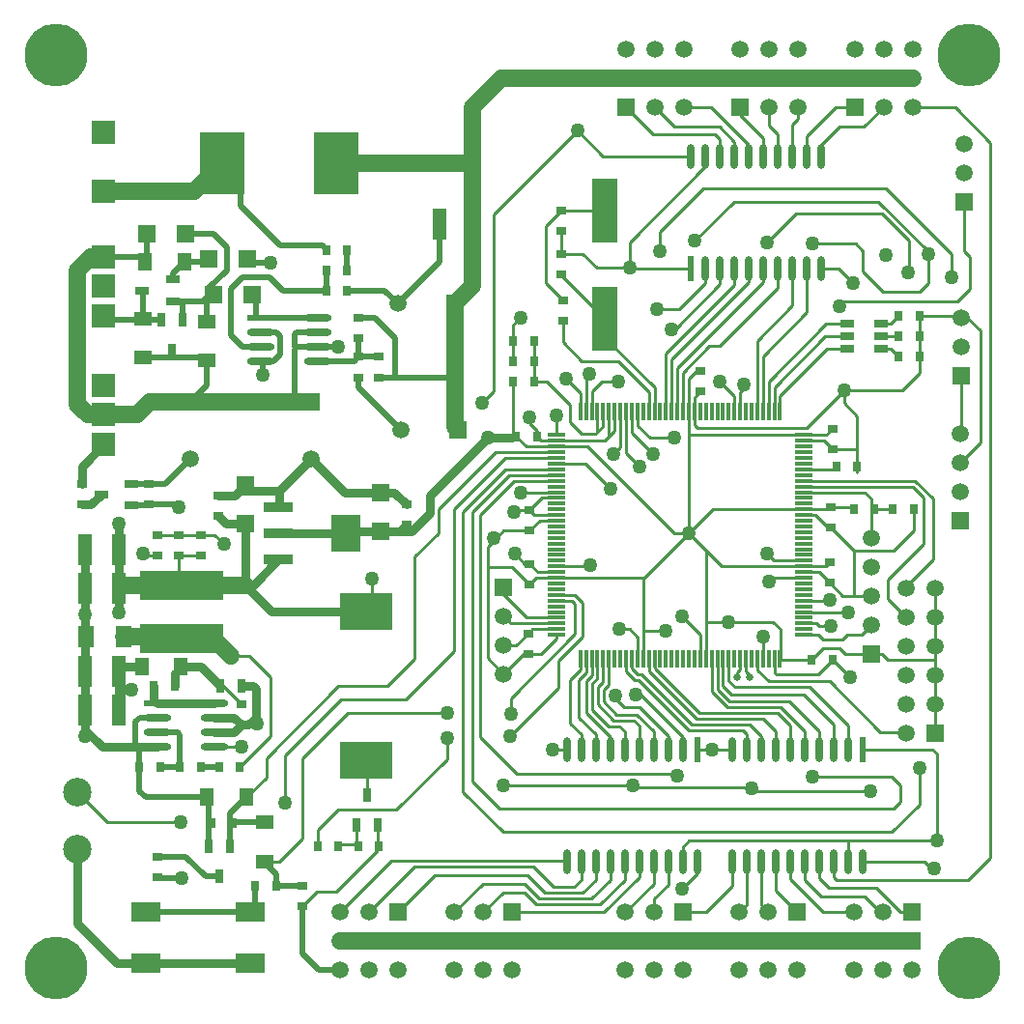
<source format=gtl>
%FSLAX25Y25*%
%MOIN*%
G70*
G01*
G75*
G04 Layer_Physical_Order=1*
G04 Layer_Color=255*
%ADD10R,0.03740X0.03150*%
%ADD11C,0.02500*%
%ADD12R,0.03150X0.03740*%
%ADD13R,0.18000X0.12598*%
%ADD14R,0.05118X0.02756*%
%ADD15R,0.02559X0.04724*%
%ADD16O,0.09449X0.02362*%
%ADD17R,0.09449X0.02362*%
%ADD18R,0.28740X0.10433*%
%ADD19R,0.04921X0.06299*%
%ADD20R,0.05500X0.07600*%
%ADD21R,0.05118X0.10630*%
%ADD22R,0.06299X0.06299*%
%ADD23R,0.04724X0.02559*%
%ADD24R,0.15748X0.21654*%
%ADD25R,0.06299X0.04921*%
%ADD26R,0.10000X0.07000*%
%ADD27R,0.06299X0.06299*%
%ADD28R,0.05906X0.01300*%
%ADD29R,0.01300X0.05906*%
%ADD30R,0.10039X0.12992*%
%ADD31R,0.10039X0.03740*%
%ADD32R,0.09000X0.22000*%
%ADD33O,0.02362X0.08661*%
%ADD34R,0.02362X0.08661*%
%ADD35C,0.01000*%
%ADD36C,0.02000*%
%ADD37C,0.03000*%
%ADD38C,0.06000*%
%ADD39C,0.05906*%
%ADD40R,0.05906X0.05906*%
%ADD41C,0.09843*%
%ADD42R,0.08400X0.08400*%
%ADD43R,0.05906X0.05906*%
%ADD44C,0.21654*%
%ADD45C,0.05000*%
D10*
X-92500Y673957D02*
D03*
Y681043D02*
D03*
X-152000Y590543D02*
D03*
Y583457D02*
D03*
X-151500Y614543D02*
D03*
Y607457D02*
D03*
X-48000Y607957D02*
D03*
Y615043D02*
D03*
X-47500Y626957D02*
D03*
Y634043D02*
D03*
X-47000Y653957D02*
D03*
Y661043D02*
D03*
X-151500Y633043D02*
D03*
Y625957D02*
D03*
X-280000Y617457D02*
D03*
Y624543D02*
D03*
X-272500Y624543D02*
D03*
Y617457D02*
D03*
X-251000Y566043D02*
D03*
Y558957D02*
D03*
X-265000Y624543D02*
D03*
Y617457D02*
D03*
X-210421Y678862D02*
D03*
Y685949D02*
D03*
X-203421Y685949D02*
D03*
Y678862D02*
D03*
X-210421Y692362D02*
D03*
Y699449D02*
D03*
X-306000Y634957D02*
D03*
Y642043D02*
D03*
X-280000Y506457D02*
D03*
Y513543D02*
D03*
X-283000Y642043D02*
D03*
Y634957D02*
D03*
X-230000Y503543D02*
D03*
Y496457D02*
D03*
X-259000Y638043D02*
D03*
Y630957D02*
D03*
X-194000Y627957D02*
D03*
Y635043D02*
D03*
X-140500Y721543D02*
D03*
Y714457D02*
D03*
Y729457D02*
D03*
Y736543D02*
D03*
X-140000Y698457D02*
D03*
Y705543D02*
D03*
D11*
X-80000Y575500D02*
D03*
X-75500D02*
D03*
D12*
X-46957Y581500D02*
D03*
X-54043D02*
D03*
X-148957Y658500D02*
D03*
X-156043D02*
D03*
X-224543Y517000D02*
D03*
X-217457D02*
D03*
X-203457D02*
D03*
X-210543D02*
D03*
X-24043Y700000D02*
D03*
X-16957D02*
D03*
X-24043Y693000D02*
D03*
X-16957D02*
D03*
X-24043Y686000D02*
D03*
X-16957D02*
D03*
X-281043Y572500D02*
D03*
X-273957D02*
D03*
X-251457Y544500D02*
D03*
X-258543D02*
D03*
X-278957D02*
D03*
X-286043D02*
D03*
X-264957D02*
D03*
X-272043D02*
D03*
X-221465Y722905D02*
D03*
X-214378D02*
D03*
X-221465Y708906D02*
D03*
X-214378D02*
D03*
Y715906D02*
D03*
X-221465D02*
D03*
X-246043Y503500D02*
D03*
X-238957D02*
D03*
X-261043Y525000D02*
D03*
X-253957D02*
D03*
X-157043Y691500D02*
D03*
X-149957D02*
D03*
X-157043Y684500D02*
D03*
X-149957D02*
D03*
X-26043Y633500D02*
D03*
X-18957D02*
D03*
X-45543Y648000D02*
D03*
X-38457D02*
D03*
X-32457Y633500D02*
D03*
X-39543D02*
D03*
X-157043Y677500D02*
D03*
X-149957D02*
D03*
D13*
X-208000Y546910D02*
D03*
Y598091D02*
D03*
D14*
X-41807Y688669D02*
D03*
Y693000D02*
D03*
Y697331D02*
D03*
X-30193D02*
D03*
Y693000D02*
D03*
X-30193Y688669D02*
D03*
D15*
X-203760Y524276D02*
D03*
X-211240D02*
D03*
X-207500Y534724D02*
D03*
X-250760Y572276D02*
D03*
X-258240D02*
D03*
X-254500Y582724D02*
D03*
X-274921Y688181D02*
D03*
X-271181Y698630D02*
D03*
X-278661D02*
D03*
X-262240Y517224D02*
D03*
X-254760D02*
D03*
X-258500Y506776D02*
D03*
D16*
X-260157Y551500D02*
D03*
Y556500D02*
D03*
Y561500D02*
D03*
Y566500D02*
D03*
X-279842Y551500D02*
D03*
Y556500D02*
D03*
Y561500D02*
D03*
X-224579Y684406D02*
D03*
Y689405D02*
D03*
Y694406D02*
D03*
Y699405D02*
D03*
X-244264Y684406D02*
D03*
Y689405D02*
D03*
Y694406D02*
D03*
D17*
X-279842Y566500D02*
D03*
X-244264Y699405D02*
D03*
D18*
X-271500Y607154D02*
D03*
Y588846D02*
D03*
D19*
X-285291Y579000D02*
D03*
X-271709D02*
D03*
X-270630Y718905D02*
D03*
X-284213D02*
D03*
X-262791Y534000D02*
D03*
X-249209D02*
D03*
D20*
X-291525Y589500D02*
D03*
X-304475D02*
D03*
D21*
X-293291Y619500D02*
D03*
X-304709D02*
D03*
X-293291Y606000D02*
D03*
X-304709D02*
D03*
X-293291Y577500D02*
D03*
X-304709D02*
D03*
X-293291Y564000D02*
D03*
X-304709D02*
D03*
X-171213Y731906D02*
D03*
X-182630D02*
D03*
D22*
X-247228Y707406D02*
D03*
X-260614D02*
D03*
X-248728Y719906D02*
D03*
X-262114D02*
D03*
X-270228Y728406D02*
D03*
X-283614D02*
D03*
D23*
X-285146Y708906D02*
D03*
X-274697Y705165D02*
D03*
Y712646D02*
D03*
X-288776Y642240D02*
D03*
Y634760D02*
D03*
X-299224Y638500D02*
D03*
D24*
X-257606Y752906D02*
D03*
X-218236D02*
D03*
D25*
X-284921Y699197D02*
D03*
Y685614D02*
D03*
X-262921Y698197D02*
D03*
Y684614D02*
D03*
X-243000Y525291D02*
D03*
Y511709D02*
D03*
D26*
X-284000Y476743D02*
D03*
Y494459D02*
D03*
X-248000D02*
D03*
Y476743D02*
D03*
D27*
X-249500Y641693D02*
D03*
Y628307D02*
D03*
X-203000Y625807D02*
D03*
Y639193D02*
D03*
D28*
X-142217Y599894D02*
D03*
Y597925D02*
D03*
Y595957D02*
D03*
Y593988D02*
D03*
Y592020D02*
D03*
Y590051D02*
D03*
Y607768D02*
D03*
Y605799D02*
D03*
Y603831D02*
D03*
Y601862D02*
D03*
Y611705D02*
D03*
Y609736D02*
D03*
Y653043D02*
D03*
Y651075D02*
D03*
Y649106D02*
D03*
Y637295D02*
D03*
Y639264D02*
D03*
Y641232D02*
D03*
Y643201D02*
D03*
Y645169D02*
D03*
Y647138D02*
D03*
Y633358D02*
D03*
Y635327D02*
D03*
Y658949D02*
D03*
Y656980D02*
D03*
Y655012D02*
D03*
Y625484D02*
D03*
Y627453D02*
D03*
Y629421D02*
D03*
Y631390D02*
D03*
Y613673D02*
D03*
Y615642D02*
D03*
Y617610D02*
D03*
Y619579D02*
D03*
Y621547D02*
D03*
Y623516D02*
D03*
X-56783D02*
D03*
Y621547D02*
D03*
Y619579D02*
D03*
Y617610D02*
D03*
Y615642D02*
D03*
Y613673D02*
D03*
Y631390D02*
D03*
Y629421D02*
D03*
Y627453D02*
D03*
Y625484D02*
D03*
Y655012D02*
D03*
Y656980D02*
D03*
Y658949D02*
D03*
Y635327D02*
D03*
Y633358D02*
D03*
Y647138D02*
D03*
Y645169D02*
D03*
Y643201D02*
D03*
Y641232D02*
D03*
Y639264D02*
D03*
Y637295D02*
D03*
Y649106D02*
D03*
Y651075D02*
D03*
Y653043D02*
D03*
Y609736D02*
D03*
Y611705D02*
D03*
Y601862D02*
D03*
Y603831D02*
D03*
Y605799D02*
D03*
Y607768D02*
D03*
Y590051D02*
D03*
Y592020D02*
D03*
Y593988D02*
D03*
Y595957D02*
D03*
Y597925D02*
D03*
Y599894D02*
D03*
D29*
X-100484Y667216D02*
D03*
X-102453D02*
D03*
X-104421D02*
D03*
X-106390D02*
D03*
X-108358D02*
D03*
X-110327D02*
D03*
X-92610D02*
D03*
X-94579D02*
D03*
X-96547D02*
D03*
X-98516D02*
D03*
X-68988D02*
D03*
X-67020D02*
D03*
X-65051D02*
D03*
X-88673D02*
D03*
X-90642D02*
D03*
X-76862D02*
D03*
X-78831D02*
D03*
X-80799D02*
D03*
X-82768D02*
D03*
X-84736D02*
D03*
X-86705D02*
D03*
X-74894D02*
D03*
X-72925D02*
D03*
X-70957D02*
D03*
X-114264D02*
D03*
X-112295D02*
D03*
X-122138D02*
D03*
X-120169D02*
D03*
X-118201D02*
D03*
X-116232D02*
D03*
X-133949D02*
D03*
X-131980D02*
D03*
X-130012D02*
D03*
X-128043D02*
D03*
X-126075D02*
D03*
X-124106D02*
D03*
Y581783D02*
D03*
X-126075D02*
D03*
X-128043D02*
D03*
X-130012D02*
D03*
X-131980D02*
D03*
X-133949D02*
D03*
X-116232D02*
D03*
X-118201D02*
D03*
X-120169D02*
D03*
X-122138D02*
D03*
X-112295D02*
D03*
X-114264D02*
D03*
X-70957D02*
D03*
X-72925D02*
D03*
X-74894D02*
D03*
X-86705D02*
D03*
X-84736D02*
D03*
X-82768D02*
D03*
X-80799D02*
D03*
X-78831D02*
D03*
X-76862D02*
D03*
X-90642D02*
D03*
X-88673D02*
D03*
X-65051D02*
D03*
X-67020D02*
D03*
X-68988D02*
D03*
X-98516D02*
D03*
X-96547D02*
D03*
X-94579D02*
D03*
X-92610D02*
D03*
X-110327D02*
D03*
X-108358D02*
D03*
X-106390D02*
D03*
X-104421D02*
D03*
X-102453D02*
D03*
X-100484D02*
D03*
D30*
X-214787Y625000D02*
D03*
D31*
X-238213Y615945D02*
D03*
Y625000D02*
D03*
Y634055D02*
D03*
D32*
X-125500Y736500D02*
D03*
Y699000D02*
D03*
D33*
X-138610Y550555D02*
D03*
Y511657D02*
D03*
X-133610D02*
D03*
Y550555D02*
D03*
X-98610D02*
D03*
X-103610D02*
D03*
X-108610D02*
D03*
X-113610D02*
D03*
X-118610D02*
D03*
X-123610D02*
D03*
X-98610Y511657D02*
D03*
X-103610D02*
D03*
X-108610D02*
D03*
X-113610D02*
D03*
X-118610D02*
D03*
X-123610D02*
D03*
X-128610D02*
D03*
X-93610D02*
D03*
X-128610Y550555D02*
D03*
X-81610D02*
D03*
Y511657D02*
D03*
X-76610D02*
D03*
Y550555D02*
D03*
X-41610D02*
D03*
X-46610D02*
D03*
X-51610D02*
D03*
X-56610D02*
D03*
X-61610D02*
D03*
X-66610D02*
D03*
X-41610Y511657D02*
D03*
X-46610D02*
D03*
X-51610D02*
D03*
X-56610D02*
D03*
X-61610D02*
D03*
X-66610D02*
D03*
X-71610D02*
D03*
X-36610D02*
D03*
X-71610Y550555D02*
D03*
X-50710Y716358D02*
D03*
Y755255D02*
D03*
X-55710D02*
D03*
Y716358D02*
D03*
X-90710D02*
D03*
X-85710D02*
D03*
X-80710D02*
D03*
X-75710D02*
D03*
X-70710D02*
D03*
X-65710D02*
D03*
X-90710Y755255D02*
D03*
X-85710D02*
D03*
X-80710D02*
D03*
X-75710D02*
D03*
X-70710D02*
D03*
X-65710D02*
D03*
X-60710D02*
D03*
X-95710D02*
D03*
X-60710Y716358D02*
D03*
D34*
X-93610Y550555D02*
D03*
X-36610D02*
D03*
X-95710Y716358D02*
D03*
D35*
X-18404Y643232D02*
X-12300Y637128D01*
Y616100D02*
Y637128D01*
X-21500Y606900D02*
X-12300Y616100D01*
X-21500Y606000D02*
Y606900D01*
X-75710Y711690D02*
Y716358D01*
X-102453Y684947D02*
X-75710Y711690D01*
X-102453Y667216D02*
Y684947D01*
X-80710Y710890D02*
Y716358D01*
X-104421Y687179D02*
X-80710Y710890D01*
X-104421Y667216D02*
Y687179D01*
X-85710Y711090D02*
Y716358D01*
X-101300Y695500D02*
X-85710Y711090D01*
X-102500Y695500D02*
X-101300D01*
X-90710Y711590D02*
Y716358D01*
X-99800Y702500D02*
X-90710Y711590D01*
X-107500Y702500D02*
X-99800D01*
X-89414Y689686D02*
X-85714D01*
X-98516Y680584D02*
X-89414Y689686D01*
X-98516Y667216D02*
Y680584D01*
X-65710Y709690D02*
Y716358D01*
X-85714Y689686D02*
X-65710Y709690D01*
X-194200Y567800D02*
X-177600Y584400D01*
X-216700Y567800D02*
X-194200D01*
X-236000Y548500D02*
X-216700Y567800D01*
X-154700Y639100D02*
X-154536Y639264D01*
X-142217D01*
X-158431Y645169D02*
X-142217D01*
X-171200Y632400D02*
X-158431Y645169D01*
X-171200Y539400D02*
Y632400D01*
X-161800Y530000D02*
X-26000D01*
X-171200Y539400D02*
X-161800Y530000D01*
X-155720Y542020D02*
X-101000D01*
X-168500Y554800D02*
X-155720Y542020D01*
X-15157Y511657D02*
X-12000Y508500D01*
X-243000Y511709D02*
X-237891D01*
X-214300Y563100D02*
X-180000D01*
X-158000Y562900D02*
Y568100D01*
X-200400Y572500D02*
X-191100Y581800D01*
Y617057D01*
X-182900Y625257D01*
Y633400D01*
X-163257Y653043D01*
X-142217D01*
X-177600Y633400D02*
X-159925Y651075D01*
X-177600Y584400D02*
Y633400D01*
X-159925Y651075D02*
X-142217D01*
X-224543Y517000D02*
Y522857D01*
X-217700Y529700D01*
X-158100Y555200D02*
X-141600Y571700D01*
Y581100D01*
X-133331Y589369D02*
Y601159D01*
X-141600Y581100D02*
X-133331Y589369D01*
X-135800Y590300D02*
Y600800D01*
X-158000Y568100D02*
X-135800Y590300D01*
X-174400Y632600D02*
X-159862Y647138D01*
X-174400Y535900D02*
Y632600D01*
Y535900D02*
X-160500Y522000D01*
X-159862Y647138D02*
X-142217D01*
X-136002Y603831D02*
X-133331Y601159D01*
X-142217Y603831D02*
X-136002D01*
X-136862Y601862D02*
X-135800Y600800D01*
X-142217Y588784D02*
Y590051D01*
X-147543Y583457D02*
X-142217Y588784D01*
X-152000Y583457D02*
X-147543D01*
X-142217Y601862D02*
X-136862D01*
X-56783Y643232D02*
X-18404D01*
X-28000Y602500D02*
X-21500Y596000D01*
X-28000Y602500D02*
Y609000D01*
X-15500Y621500D01*
Y637500D01*
X-19232Y641232D02*
X-15500Y637500D01*
X-56783Y641232D02*
X-19232D01*
X-208000Y598091D02*
X-206000Y600091D01*
Y609500D01*
X-168000Y670000D02*
X-164000Y674000D01*
Y735000D01*
X-135000Y764000D01*
X-128215Y716715D02*
X-117000D01*
X-133043Y721543D02*
X-128215Y716715D01*
X-140500Y721543D02*
X-133043D01*
X-140500D02*
Y729457D01*
X-94579Y671878D02*
X-92500Y673957D01*
X-94579Y667216D02*
Y671878D01*
X-96547Y678453D02*
X-93957Y681043D01*
X-96547Y667216D02*
Y678453D01*
X-70710Y711790D02*
Y716358D01*
X-100484Y682016D02*
X-70710Y711790D01*
X-100484Y667216D02*
Y682016D01*
X-56000Y661500D02*
X-43000Y674500D01*
X-93500Y661500D02*
X-56000D01*
X-94579Y662579D02*
X-93500Y661500D01*
X-94579Y662579D02*
Y667216D01*
X-47500Y634043D02*
X-40087D01*
X-44857Y716358D02*
X-40000Y711500D01*
X-50710Y716358D02*
X-44857D01*
X-49095Y658949D02*
X-47000Y661043D01*
X-56783Y658949D02*
X-49095D01*
X-50024Y656980D02*
X-47000Y653957D01*
X-56783Y656980D02*
X-50024D01*
X-56783Y647138D02*
X-46681D01*
X-47000Y653957D02*
X-38500D01*
X-43000Y670000D02*
X-38457Y665457D01*
X-43000Y670000D02*
Y674500D01*
X-16957Y680543D02*
Y686000D01*
X-23000Y674500D02*
X-16957Y680543D01*
X-43000Y674500D02*
X-23000D01*
X-117000Y716715D02*
Y725500D01*
X-90710Y751790D01*
Y755255D01*
X-117358Y716358D02*
X-117000Y716715D01*
X-135000Y764000D02*
X-126255Y755255D01*
X-95710D01*
X-44500Y703500D02*
X-43000Y705000D01*
X-4000D01*
X500Y709500D01*
Y720500D01*
X-1500Y722500D02*
X500Y720500D01*
X-1500Y722500D02*
Y739500D01*
X-130827Y613673D02*
X-130500Y614000D01*
X-142217Y613673D02*
X-130827D01*
X-48362Y601862D02*
X-47500Y601000D01*
X-65000Y581803D02*
Y592000D01*
X-67500Y594500D02*
X-65000Y592000D01*
X-83000Y594500D02*
X-67500D01*
X-28000Y581500D02*
X-11500D01*
X-30000Y583500D02*
X-28000Y581500D01*
X-33500Y583500D02*
X-30000D01*
X-11500Y596000D02*
Y606000D01*
Y586000D02*
Y596000D01*
Y581500D02*
Y586000D01*
Y576000D02*
Y581500D01*
Y566000D02*
Y576000D01*
X-30500Y556500D02*
X-21500D01*
X-51500Y593000D02*
X-47500D01*
X-52488Y593988D02*
X-51500Y593000D01*
X-56783Y593988D02*
X-52488D01*
X-41908Y590051D02*
X-36949D01*
X-43459Y588500D02*
X-41908Y590051D01*
X-56783D02*
X-51825D01*
X-50274Y588500D01*
X-56783Y597925D02*
X-41425D01*
X-56783Y601862D02*
X-48362D01*
X-11000Y519000D02*
Y549000D01*
X-12555Y550555D02*
X-11000Y549000D01*
X-36610Y550555D02*
X-12555D01*
X-143500Y550500D02*
X-143445Y550555D01*
X-138610D01*
X-88445D02*
X-81610D01*
X-93610D02*
X-88445D01*
X-96500Y519000D02*
X-11000D01*
X-41610Y511657D02*
Y518890D01*
X-98610Y516890D02*
X-96500Y519000D01*
X-98610Y511657D02*
Y516890D01*
X-99000Y502500D02*
X-93610Y507890D01*
Y511657D01*
X-12000Y508500D02*
Y509500D01*
X-36610Y511657D02*
X-15157D01*
X-103610Y503815D02*
Y511657D01*
X-108425Y499000D02*
X-103610Y503815D01*
X-108425Y494319D02*
Y499000D01*
X-157043Y684500D02*
Y691500D01*
X-149957Y677500D02*
Y691500D01*
X-2910Y649406D02*
X4000Y656317D01*
Y695000D01*
X-500Y699500D02*
X4000Y695000D01*
X-2500Y699500D02*
X-500D01*
X-2910Y659406D02*
X-2500Y659817D01*
Y679500D01*
X-46957Y581457D02*
X-41000Y575500D01*
X-46957Y581457D02*
Y581500D01*
X-48000Y574000D02*
X-30500Y556500D01*
X-69000Y574000D02*
X-48000D01*
X-72925Y577925D02*
X-69000Y574000D01*
X-72925Y577925D02*
Y581783D01*
X-54043Y581500D02*
X-50043Y585500D01*
X-44500D01*
X-42500Y583500D01*
X-33500D01*
X-51957Y576500D02*
X-46957Y581500D01*
X-66500Y576500D02*
X-51957D01*
X-67020Y577020D02*
X-66500Y576500D01*
X-67020Y577020D02*
Y581783D01*
X-64768Y581500D02*
X-54043D01*
X-137500Y574500D02*
X-133949Y578051D01*
X-137500Y559500D02*
Y574500D01*
X-133949Y578051D02*
Y581783D01*
X-123610Y550555D02*
Y554610D01*
X-132000Y563000D02*
X-123610Y554610D01*
X-122500Y560500D02*
X-115500D01*
X-128000Y566000D02*
X-122500Y560500D01*
X-128000Y566000D02*
Y572000D01*
X-126000Y567000D02*
Y571000D01*
Y567000D02*
X-121500Y562500D01*
X-114500D01*
X-134500Y574500D02*
X-131980Y577020D01*
X-134500Y561500D02*
Y574500D01*
Y561500D02*
X-128610Y555610D01*
X-130012Y575988D02*
Y581783D01*
X-132000Y574000D02*
X-130012Y575988D01*
X-132000Y563000D02*
Y574000D01*
X-131980Y577020D02*
Y581783D01*
X-130000Y573000D02*
X-128043Y574957D01*
X-130000Y564186D02*
Y573000D01*
Y564186D02*
X-124314Y558500D01*
X-128043Y574957D02*
Y581783D01*
X-126075Y573925D02*
Y581783D01*
X-128000Y572000D02*
X-126075Y573925D01*
X-124106Y572894D02*
Y581783D01*
X-126000Y571000D02*
X-124106Y572894D01*
X-96500Y557000D02*
X-78000D01*
X-114000Y574500D02*
X-96500Y557000D01*
X-115157Y574500D02*
X-114000D01*
X-118201Y577544D02*
X-115157Y574500D01*
X-114328Y576500D02*
X-113000D01*
X-116232Y578404D02*
X-114328Y576500D01*
X-118201Y577544D02*
Y581783D01*
X-95500Y559000D02*
X-75500D01*
X-113000Y576500D02*
X-95500Y559000D01*
X-94000Y561000D02*
X-71000D01*
X-110327Y577327D02*
X-94000Y561000D01*
X-110327Y577327D02*
Y581783D01*
X-93000Y563000D02*
X-65828D01*
X-108358Y578358D02*
X-93000Y563000D01*
X-108358Y578358D02*
Y581783D01*
X-133610Y550555D02*
Y555610D01*
X-137500Y559500D02*
X-133610Y555610D01*
X-128610Y550555D02*
Y555610D01*
X-118610Y550555D02*
Y556610D01*
X-120500Y558500D02*
X-118610Y556610D01*
X-124314Y558500D02*
X-120500D01*
X-113610Y550555D02*
Y558610D01*
X-115500Y560500D02*
X-113610Y558610D01*
X-108610Y550555D02*
Y556610D01*
X-114500Y562500D02*
X-108610Y556610D01*
X-16957Y693000D02*
Y700000D01*
Y686000D02*
Y693000D01*
Y700000D02*
X-3000D01*
X-26713Y688669D02*
X-24043Y686000D01*
X-30193Y688669D02*
X-26713D01*
X-24043Y693000D02*
X-24043Y693000D01*
X-30193Y693000D02*
X-24043D01*
X-26713Y697331D02*
X-24043Y700000D01*
X-30193Y697331D02*
X-26713D01*
X-48831Y688669D02*
X-41807D01*
X-65051Y672449D02*
X-48831Y688669D01*
X-65051Y667216D02*
Y672449D01*
X-49500Y693000D02*
X-41807D01*
X-67020Y675480D02*
X-49500Y693000D01*
X-67020Y667216D02*
Y675480D01*
X-49169Y697331D02*
X-41807D01*
X-68988Y677512D02*
X-49169Y697331D01*
X-68988Y667216D02*
Y677512D01*
X-90642Y594500D02*
Y619042D01*
Y581783D02*
Y594500D01*
X-83000D01*
X-99000Y596500D02*
X-92610Y590110D01*
Y581783D02*
Y590110D01*
X-117000Y592000D02*
X-114264Y589264D01*
X-120500Y592000D02*
X-117000D01*
X-114264Y581783D02*
Y589264D01*
X-112295Y591500D02*
X-104500D01*
X-112295Y581783D02*
Y591500D01*
X-78831Y578169D02*
Y581783D01*
X-80000Y577000D02*
X-78831Y578169D01*
X-80000Y575500D02*
Y577000D01*
X-76000Y575500D02*
Y576500D01*
X-76862Y577362D02*
X-76000Y576500D01*
X-76862Y577362D02*
Y581783D01*
X-69500Y618000D02*
X-67142Y615642D01*
X-56783D01*
X-69000Y608500D02*
X-67764Y609736D01*
X-56783D01*
X-166000Y582000D02*
Y613500D01*
X-236000Y532000D02*
Y548500D01*
X-217457Y517000D02*
X-216760Y517697D01*
X-211240D01*
Y524276D01*
X-208000Y546910D02*
X-207500Y546410D01*
Y534724D02*
Y546410D01*
X-126075Y661925D02*
Y667216D01*
X-128043Y659957D02*
Y667216D01*
Y659957D02*
X-126075Y661925D01*
X-128500Y659500D02*
X-128043Y659957D01*
X-149957Y677500D02*
X-145500D01*
X-137500Y663500D02*
Y669500D01*
X-145500Y677500D02*
X-137500Y669500D01*
Y663500D02*
X-133500Y659500D01*
X-157043Y659500D02*
X-156043Y658500D01*
X-157043Y659500D02*
Y677500D01*
X-149957Y677500D02*
X-149957Y677500D01*
X-133500Y659500D02*
X-128500D01*
X-139000Y678500D02*
X-134000Y673500D01*
Y667268D02*
Y673500D01*
Y667268D02*
X-133949Y667216D01*
X-142217Y658949D02*
Y665717D01*
X-71000Y589500D02*
X-70957Y589457D01*
Y581783D02*
Y589457D01*
X-43543Y603500D02*
X-33500D01*
X-39591Y603590D02*
Y619047D01*
X-48000Y607957D02*
X-43543Y603500D01*
X-48000Y607957D02*
Y608000D01*
X-51705Y611705D02*
X-48000Y608000D01*
X-56783Y611705D02*
X-51705D01*
X-49370Y613673D02*
X-48000Y615043D01*
X-56783Y613673D02*
X-49370D01*
X-18957Y626043D02*
Y633500D01*
X-25953Y619047D02*
X-18957Y626043D01*
X-39591Y619047D02*
X-25953D01*
X-47500Y626957D02*
X-39591Y619047D01*
X-33500Y623500D02*
Y637000D01*
X-32457Y633500D02*
X-26043D01*
X-48457Y626957D02*
X-47500D01*
X-52890Y631390D02*
X-48457Y626957D01*
X-56783Y631390D02*
X-52890D01*
X-48185Y633358D02*
X-47500Y634043D01*
X-56783Y633358D02*
X-48185D01*
X-35764Y639264D02*
X-33500Y637000D01*
X-56783Y639264D02*
X-35764D01*
X-36949Y590051D02*
X-33500Y593500D01*
X-50274Y588500D02*
X-43459D01*
X-151500Y663000D02*
Y665000D01*
Y663000D02*
X-148957Y660457D01*
Y658500D02*
Y660457D01*
Y658500D02*
X-147437Y656980D01*
X-142217D01*
X-156043Y658500D02*
X-152555Y655012D01*
X-142217D01*
X-151500Y633043D02*
X-147248Y637295D01*
X-142217D01*
X-166000Y613500D02*
X-157543D01*
X-166000D02*
Y620500D01*
X-157543Y613500D02*
X-151500Y607457D01*
X-166000Y582000D02*
X-160500Y576500D01*
X-160543Y625957D02*
X-151500D01*
X-156500Y618000D02*
X-153043Y614543D01*
X-151500D01*
X-156043Y586500D02*
X-152000Y590543D01*
X-160500Y586500D02*
X-156043D01*
X-160500Y604000D02*
Y606500D01*
Y604000D02*
X-152457Y595957D01*
X-142217D01*
X-160500Y596500D02*
X-157988Y593988D01*
X-142217D01*
X-152000Y590543D02*
X-150524Y592020D01*
X-153543Y583457D02*
X-152000D01*
X-150524Y592020D02*
X-142217D01*
X-160500Y576500D02*
X-153543Y583457D01*
X-151500Y614543D02*
X-148661Y611705D01*
X-142217D01*
X-151500Y607457D02*
X-149221Y609736D01*
X-142217D01*
X-151500Y625957D02*
X-148035Y629421D01*
X-142217D01*
X-157000Y632500D02*
X-156457Y633043D01*
X-151500D01*
X-149846Y631390D01*
X-142217D01*
X-119000Y565000D02*
X-113500D01*
X-123000Y569000D02*
X-119000Y565000D01*
X-113500D02*
X-103610Y555110D01*
Y550555D02*
Y555110D01*
X-116500Y569500D02*
X-116000Y570000D01*
X-114000D01*
X-98610Y554610D01*
Y550555D02*
Y554610D01*
X-96547Y625053D02*
Y659000D01*
X-131512Y655012D02*
X-101500Y625000D01*
X-142217Y655012D02*
X-131512D01*
X-96547Y659000D02*
X-96496Y658949D01*
X-96547Y659000D02*
Y667216D01*
X-96496Y658949D02*
X-56783D01*
X-132106Y649106D02*
X-123500Y640500D01*
X-142217Y649106D02*
X-132106D01*
X-160520Y538020D02*
X-116000D01*
X-160500Y522000D02*
X-26500D01*
X-17000Y531500D01*
Y544020D01*
X-54000Y541020D02*
X-26520D01*
X-26000Y530000D02*
X-23500Y532500D01*
Y538000D01*
X-26520Y541020D02*
X-23500Y538000D01*
X-75000Y537020D02*
X-74000Y536020D01*
X-34000D01*
X-75457Y537476D02*
X-75000Y537020D01*
X-115457Y537476D02*
X-75457D01*
X-116000Y538020D02*
X-115457Y537476D01*
X-101000Y542020D02*
X-100457Y541476D01*
X-20500Y715000D02*
Y726000D01*
X-110000Y658000D02*
X-101500D01*
X-114264Y662264D02*
X-110000Y658000D01*
X-114264Y662264D02*
Y667216D01*
X-116232Y659732D02*
X-109000Y652500D01*
X-116232Y659732D02*
Y667216D01*
X-118201Y652701D02*
X-113500Y648000D01*
X-118201Y652701D02*
Y667216D01*
X-122500Y652500D02*
X-120169Y654831D01*
Y667216D01*
X-78000Y557000D02*
X-76610Y555610D01*
Y550555D02*
Y555610D01*
X-116232Y578404D02*
Y581783D01*
X-75500Y559000D02*
X-71610Y555110D01*
Y550555D02*
Y555110D01*
X-71000Y561000D02*
X-66610Y556610D01*
X-83328Y565000D02*
X-65000D01*
X-88705Y570376D02*
X-83328Y565000D01*
X-82500Y567000D02*
X-62000D01*
X-86705Y571205D02*
X-82500Y567000D01*
X-86705Y571205D02*
Y581783D01*
X-82768Y574268D02*
X-80500Y572000D01*
X-55000D01*
X-65828Y563000D02*
X-61610Y558782D01*
X-65000Y565000D02*
X-56610Y556610D01*
X-62000Y567000D02*
X-51610Y556610D01*
X-57000Y569500D02*
X-46610Y559110D01*
X-55000Y572000D02*
X-41610Y558610D01*
X-66610Y550555D02*
Y556610D01*
X-61610Y550555D02*
Y558782D01*
X-88705Y575705D02*
X-88673Y575736D01*
Y581783D01*
X-88705Y570376D02*
Y575705D01*
X-56610Y550555D02*
Y556610D01*
X-51610Y550555D02*
Y556610D01*
X-46610Y550555D02*
Y559110D01*
X-41610Y550555D02*
Y558610D01*
X-82768Y574268D02*
Y581783D01*
X-122138Y660362D02*
Y667216D01*
X-124106Y658394D02*
Y667216D01*
Y658394D02*
X-122138Y660362D01*
X-125520Y656980D02*
X-124106Y658394D01*
X-142217Y656980D02*
X-125520D01*
X-131980Y679020D02*
X-131000Y680000D01*
X-131980Y667216D02*
Y679020D01*
X-130012Y667216D02*
Y673988D01*
X-126500Y677500D01*
X-121000D01*
X-6000Y713500D02*
Y721500D01*
X-28500Y744000D02*
X-6000Y721500D01*
X-81000Y739500D02*
X-31172D01*
X-14000Y722328D01*
Y721500D02*
Y722328D01*
Y711500D02*
Y721500D01*
X-17000Y708500D02*
X-14000Y711500D01*
X-29500Y708500D02*
X-17000D01*
X-36500Y715500D02*
X-29500Y708500D01*
X-36500Y715500D02*
Y722500D01*
X-39000Y725000D02*
X-36500Y722500D01*
X-54000Y725000D02*
X-39000D01*
X-21000Y715000D02*
X-20500D01*
X-30000Y735500D02*
X-20500Y726000D01*
X-59563Y735500D02*
X-30000D01*
X-69500Y725563D02*
X-59563Y735500D01*
X-94500Y726000D02*
X-81000Y739500D01*
X-91500Y744000D02*
X-28500D01*
X-106500Y729000D02*
X-91500Y744000D01*
X-106500Y722500D02*
Y729000D01*
X-60710Y703790D02*
Y716358D01*
X-72925Y691575D02*
X-60710Y703790D01*
X-72925Y667216D02*
Y691575D01*
X-55710Y701290D02*
Y716358D01*
X-70957Y686043D02*
X-55710Y701290D01*
X-70957Y667216D02*
Y686043D01*
X-86000Y677500D02*
X-80799Y672299D01*
Y667216D02*
Y672299D01*
X-77500Y675000D02*
Y676500D01*
X-78831Y673669D02*
X-77500Y675000D01*
X-78831Y667216D02*
Y673669D01*
X-140500Y714000D02*
X-125500Y699000D01*
X-140500Y714000D02*
Y714457D01*
X-140543Y736500D02*
X-125500D01*
X-146000Y731043D02*
X-140543Y736500D01*
X-146000Y711543D02*
Y731043D01*
Y711543D02*
X-140000Y705543D01*
Y691000D02*
Y698457D01*
Y691000D02*
X-133500Y684500D01*
X-121000D01*
X-110327Y673827D01*
Y667216D02*
Y673827D01*
X-125500Y692500D02*
X-108358Y675358D01*
Y667216D02*
Y675358D01*
X7590Y513006D02*
Y759910D01*
X-4606Y772106D02*
X7590Y759910D01*
X-19370Y772106D02*
X-4606D01*
X-297158Y525500D02*
X-272000D01*
X-307500Y535843D02*
X-297158Y525500D01*
X-284457Y617457D02*
X-280000D01*
X-248276Y582724D02*
X-241000Y575449D01*
X-254500Y582724D02*
X-248276D01*
X-272500Y608153D02*
Y617457D01*
X-265000D01*
X-280000Y624543D02*
X-260043D01*
X-257000Y621500D01*
X-260157Y551500D02*
X-251000D01*
X-257232Y572276D02*
X-251000Y566043D01*
X-113610Y506606D02*
Y511657D01*
X-125898Y494319D02*
X-113610Y506606D01*
X-157480Y494319D02*
X-125898D01*
X-118610Y505606D02*
Y511657D01*
X-160693Y501106D02*
X-153110D01*
X-167480Y494319D02*
X-160693Y501106D01*
X-123610Y505606D02*
Y511657D01*
X-177480Y494319D02*
X-167693Y504106D01*
X-128610Y505606D02*
Y511657D01*
X-196850Y494319D02*
X-184063Y507106D01*
X-133610Y505606D02*
Y511657D01*
X-191063Y510106D02*
X-150110D01*
X-206850Y494319D02*
X-191063Y510106D01*
X-139059Y512106D02*
X-138610Y511657D01*
X-199063Y512106D02*
X-139059D01*
X-216850Y494319D02*
X-199063Y512106D01*
X-153110Y501106D02*
X-149110Y497106D01*
X-127110D01*
X-118610Y505606D01*
X-130110Y499106D02*
X-123610Y505606D01*
X-133110Y501106D02*
X-128610Y505606D01*
X-150110Y510106D02*
X-143110Y503106D01*
X-136110D01*
X-133610Y505606D01*
X-184063Y507106D02*
X-152110D01*
X-146110Y501106D01*
X-133110D01*
X-167693Y504106D02*
X-153110D01*
X-148110Y499106D01*
X-130110D01*
X-118425Y494319D02*
X-108610Y504134D01*
Y511657D01*
X-98425Y494319D02*
X-90698D01*
X-81610Y503406D01*
Y511657D01*
X-79055Y494319D02*
X-76610Y496764D01*
Y511657D01*
X-71610Y496874D02*
X-69055Y494319D01*
X-71610Y496874D02*
Y511657D01*
X-66610Y501874D02*
X-59055Y494319D01*
X-66610Y501874D02*
Y511657D01*
X-50223Y494319D02*
X-39685D01*
X-61610Y505706D02*
X-50223Y494319D01*
X-61610Y505706D02*
Y511657D01*
X-30423Y494319D02*
X-29685D01*
X-23388D02*
X-19685D01*
X-31775Y502706D02*
X-23388Y494319D01*
X-35810Y499706D02*
X-30423Y494319D01*
X-56610Y505506D02*
Y511657D01*
Y505506D02*
X-50810Y499706D01*
X-35810D01*
X-51610Y506006D02*
Y511657D01*
Y506006D02*
X-48310Y502706D01*
X-31775D01*
X-75710Y755255D02*
Y759006D01*
X-88810Y772106D02*
X-75710Y759006D01*
X-98110Y772106D02*
X-88810D01*
X-108110D02*
X-101410Y765406D01*
X-85910D01*
X-80710Y760206D01*
Y755255D02*
Y760206D01*
X-85710Y755255D02*
Y761106D01*
X-87410Y762806D02*
X-85710Y761106D01*
X-108810Y762806D02*
X-87410D01*
X-118110Y772106D02*
X-108810Y762806D01*
X-78740Y769436D02*
Y772106D01*
Y769436D02*
X-70710Y761406D01*
Y755255D02*
Y761406D01*
X-68740Y765736D02*
Y772106D01*
Y765736D02*
X-65710Y762706D01*
Y755255D02*
Y762706D01*
X-58740Y768076D02*
Y772106D01*
X-60710Y766106D02*
X-58740Y768076D01*
X-60710Y755255D02*
Y766106D01*
X-55710Y755255D02*
Y762106D01*
X-45710Y772106D01*
X-39370D01*
X-50710Y755255D02*
Y759206D01*
X-44610Y765306D01*
X-36170D01*
X-29370Y772106D01*
X-110Y505306D02*
X7590Y513006D01*
X-45510Y505306D02*
X-110D01*
X-46610Y506406D02*
X-45510Y505306D01*
X-46610Y506406D02*
Y511657D01*
X-11500Y556000D02*
Y566000D01*
X-157043Y691500D02*
Y696957D01*
X-154400Y699600D01*
X-38457Y646000D02*
Y648000D01*
Y665457D01*
X-117358Y716358D02*
X-95710D01*
X-168500Y554800D02*
Y631600D01*
X-156899Y643201D01*
X-142217D01*
X-84736Y572436D02*
Y581783D01*
Y572436D02*
X-81800Y569500D01*
X-57000D01*
X-162900Y623600D02*
X-160543Y625957D01*
X-163900Y623600D02*
X-162900D01*
X-88242Y633358D02*
X-56783D01*
X-96600Y625000D02*
X-96547Y625053D01*
X-101500Y625000D02*
X-96600D01*
X-85273Y613673D02*
X-56783D01*
X-96600Y625000D02*
X-90642Y619042D01*
X-85273Y613673D01*
X-112295Y591500D02*
Y609305D01*
X-96600Y625000D01*
X-142217Y609736D02*
X-112727D01*
X-112295Y609305D01*
X-166000Y620500D02*
X-162900Y623600D01*
X-96600Y625000D02*
X-88242Y633358D01*
X-180000Y547200D02*
Y554400D01*
X-217700Y529700D02*
X-197500D01*
X-180000Y547200D01*
X-251457Y544500D02*
X-241000Y554957D01*
Y575449D01*
X-217400Y572500D02*
X-200400D01*
X-249209Y534000D02*
X-242300Y540909D01*
Y547600D01*
X-217400Y572500D01*
X-237891Y511709D02*
X-229900Y519700D01*
Y547500D01*
X-214300Y563100D01*
X-218100Y501500D02*
X-203760Y515840D01*
Y524276D01*
X-224957Y501500D02*
X-218100D01*
X-230000Y496457D02*
X-224957Y501500D01*
D36*
X-273957Y634957D02*
X-272500Y633500D01*
X-254760Y517224D02*
Y528449D01*
X-224319Y474319D02*
X-216850D01*
X-230000Y480000D02*
X-224319Y474319D01*
X-230000Y480000D02*
Y496457D01*
X-230043Y503500D02*
X-230000Y503543D01*
X-238957Y503500D02*
X-230043D01*
X-238957D02*
Y507457D01*
X-243000Y511500D02*
X-238957Y507457D01*
X-243000Y511500D02*
Y511709D01*
X-284000Y494459D02*
X-248000D01*
X-246043Y496416D01*
Y503500D01*
X-263276Y506776D02*
X-258500D01*
X-270043Y513543D02*
X-263276Y506776D01*
X-280000Y513543D02*
X-270043D01*
X-279543Y506000D02*
X-271500D01*
X-253665Y525291D02*
X-243000D01*
X-254760Y528449D02*
X-249209Y534000D01*
X-262791D02*
X-262240Y533449D01*
X-284000Y534000D02*
X-262791D01*
X-286043Y536043D02*
X-284000Y534000D01*
X-286043Y536043D02*
Y544500D01*
X-272500Y633500D02*
Y634000D01*
X-283000Y634957D02*
X-273957D01*
X-283197Y634760D02*
X-283000Y634957D01*
X-288776Y634760D02*
X-283197D01*
X-277241Y642043D02*
X-268421Y650863D01*
X-283000Y642043D02*
X-277241D01*
X-283197Y642240D02*
X-283000Y642043D01*
X-288776Y642240D02*
X-283197D01*
X-264957Y544500D02*
X-258543D01*
X-272043D02*
Y555543D01*
X-273000Y556500D02*
X-272043Y555543D01*
X-279842Y556500D02*
X-273000D01*
X-278957Y544500D02*
X-272043D01*
X-286043D02*
Y550043D01*
X-287500Y551500D02*
Y560000D01*
X-286000Y561500D01*
X-279842D01*
X-284814Y720606D02*
X-283614Y719406D01*
X-237421Y724405D02*
X-222965D01*
X-251221Y738205D02*
X-237421Y724405D01*
X-251221Y738205D02*
Y743205D01*
X-232421Y670548D02*
Y688406D01*
Y689405D02*
Y693905D01*
Y689405D02*
X-229213D01*
X-232421Y693905D02*
X-231921Y694406D01*
X-238921D02*
X-237539Y693024D01*
X-239921Y684406D02*
X-237539Y686787D01*
Y693024D01*
X-243421Y684406D02*
X-239921D01*
X-244264Y694406D02*
X-238921D01*
X-245921Y699905D02*
Y705905D01*
X-255921Y715906D02*
Y723906D01*
X-262114Y709713D02*
X-255921Y715906D01*
X-262114Y707406D02*
Y709713D01*
X-254421Y709406D02*
X-250421Y713406D01*
X-254421Y693405D02*
Y709406D01*
X-250421Y713406D02*
X-241101D01*
X-236601Y708906D01*
X-221465D01*
X-210421Y675363D02*
X-195964Y660906D01*
X-284921Y685614D02*
X-263921D01*
X-297421Y720606D02*
X-284814D01*
X-177322Y678862D02*
X-177279Y678905D01*
X-268421Y670548D02*
X-262921Y676048D01*
X-269621Y671748D02*
X-268421Y670548D01*
X-197921Y678862D02*
Y692406D01*
X-204965Y699449D02*
X-197921Y692406D01*
X-210421Y699449D02*
X-204965D01*
X-284921Y699197D02*
Y707905D01*
X-298721Y698906D02*
X-285921D01*
X-222965Y724405D02*
X-221465Y722905D01*
X-196964Y704405D02*
X-182630Y718739D01*
Y731906D01*
X-221465Y708906D02*
Y715906D01*
X-214378Y722905D02*
X-214378Y722905D01*
X-214378Y715906D02*
Y722905D01*
X-201464Y708906D02*
X-196964Y704405D01*
X-214378Y708906D02*
X-201464D01*
X-231921Y694406D02*
X-224579D01*
Y689405D02*
X-217421D01*
X-254421Y693405D02*
X-250421Y689405D01*
X-244264D01*
X-240921D01*
X-245421Y699405D02*
X-244264D01*
X-245921Y699905D02*
X-245421Y699405D01*
X-244264D02*
X-224579D01*
X-211965Y684406D02*
X-210421Y685949D01*
X-224579Y684406D02*
X-211965D01*
X-197921Y678862D02*
X-177322D01*
X-203421D02*
X-197921D01*
X-210421Y685949D02*
Y692362D01*
Y685949D02*
X-210421Y685949D01*
X-203421D01*
X-264354Y705165D02*
X-262921Y706598D01*
Y698197D02*
Y706598D01*
X-262114Y707406D01*
X-262921Y676048D02*
Y684614D01*
X-263921Y685614D02*
X-262921Y684614D01*
X-284921Y699197D02*
X-284354Y698630D01*
X-279921D01*
X-271181D02*
Y704405D01*
X-274697Y705165D02*
X-264354D01*
X-260421Y728406D02*
X-255921Y723906D01*
X-270228Y728406D02*
X-260421D01*
X-262614Y718905D02*
X-262114Y718405D01*
X-270630Y718905D02*
X-262614D01*
X-274697Y714839D02*
X-270630Y718905D01*
X-274697Y712646D02*
Y714839D01*
X-298721Y698906D02*
X-297421Y700206D01*
X-283614Y719406D02*
Y728406D01*
X-210421Y675363D02*
Y678862D01*
X-269621Y652063D02*
X-268421Y650863D01*
X-262240Y517224D02*
Y533449D01*
X-243421Y679906D02*
Y684406D01*
X-248728Y718405D02*
X-240921D01*
D37*
X-185900Y638100D02*
X-166000Y658000D01*
X-185900Y632100D02*
Y638100D01*
X-240437Y598091D02*
X-208000D01*
X-249500Y607154D02*
X-240437Y598091D01*
X-249500Y607154D02*
Y628307D01*
X-166000Y658000D02*
X-157500D01*
X-293743Y476743D02*
X-248000D01*
X-307500Y490500D02*
Y516157D01*
Y490500D02*
X-293743Y476743D01*
X-306000Y634957D02*
X-302768D01*
X-299224Y638500D01*
X-306000Y642043D02*
Y648221D01*
X-298421Y655800D01*
X-203000Y639193D02*
X-198150D01*
X-194000Y635043D01*
X-203000Y625807D02*
X-196150D01*
X-194000Y627957D01*
X-238213Y625000D02*
X-214787D01*
X-259000Y630957D02*
X-256350Y628307D01*
X-249500D01*
X-253150Y638043D02*
X-251409Y639784D01*
X-259000Y638043D02*
X-253150D01*
X-213980Y625807D02*
X-203000D01*
X-226921Y650863D02*
X-215251Y639193D01*
X-203000D01*
X-238213Y634055D02*
X-238000Y634268D01*
Y639784D01*
X-226921Y650863D01*
X-247004Y607154D02*
X-238213Y615945D01*
X-248543Y558957D02*
X-246000Y561500D01*
X-293291Y571000D02*
X-289000D01*
X-304709Y606000D02*
Y619500D01*
Y597000D02*
Y606000D01*
Y564000D02*
Y577500D01*
X-293291Y619500D02*
Y628291D01*
Y606000D02*
Y619500D01*
Y597791D02*
Y606000D01*
X-246000Y561500D02*
Y571500D01*
X-251000Y558957D02*
X-248543D01*
X-246000Y559500D02*
X-245500D01*
X-253543Y561500D02*
X-251000Y558957D01*
X-260157Y561500D02*
X-253543D01*
X-253457Y556500D02*
X-251000Y558957D01*
X-260157Y556500D02*
X-253457D01*
X-246776Y572276D02*
X-246000Y571500D01*
X-250000Y572276D02*
X-246776D01*
X-264965Y579000D02*
X-258240Y572276D01*
X-281043Y567701D02*
Y572500D01*
X-279842Y566500D02*
X-260157D01*
X-273957Y572500D02*
Y576752D01*
X-271709Y579000D02*
X-264965D01*
X-291791D02*
X-285291D01*
X-271500Y588846D02*
X-260622D01*
X-293291Y571000D02*
Y577500D01*
Y564000D02*
Y571000D01*
X-287500Y551500D02*
X-279842D01*
X-299000D02*
X-287500D01*
X-304709Y557209D02*
Y564000D01*
Y557209D02*
X-299000Y551500D01*
X-304709Y577500D02*
Y597000D01*
X-251409Y639784D02*
X-238000D01*
X-196150Y625807D02*
X-192193D01*
X-185900Y632100D01*
D38*
X-271500Y607154D02*
X-249500D01*
X-292138D02*
X-271500D01*
X-260622Y588846D02*
X-254500Y582724D01*
X-291525Y589500D02*
X-272153D01*
X-303980Y666000D02*
X-298421D01*
X-307421Y669441D02*
X-303980Y666000D01*
X-298421D02*
X-286980D01*
X-282432Y670548D01*
X-268421D01*
X-232421D02*
X-226921D01*
X-298421Y743205D02*
X-267306D01*
X-257606Y752906D01*
X-302721Y720606D02*
X-297421D01*
X-307421Y715906D02*
X-302721Y720606D01*
X-307421Y669441D02*
Y715906D01*
X-297921Y709905D02*
X-297421Y710405D01*
X-177279Y704405D02*
X-171213Y710472D01*
Y731906D01*
X-177279Y678905D02*
Y704405D01*
Y661905D02*
Y678905D01*
Y661905D02*
X-176279Y660906D01*
X-268421Y670548D02*
X-233421D01*
X-161110Y782106D02*
X-118110D01*
X-108110D01*
X-98110D01*
X-78740D01*
X-68740D01*
X-58740D01*
X-39370D01*
X-29370D01*
X-19370D01*
X-171213Y772004D02*
X-161110Y782106D01*
X-218236Y752906D02*
X-171213D01*
X-171210D01*
X-171213Y731906D02*
Y752906D01*
Y772004D01*
X-216850Y484319D02*
X-206850D01*
X-196850D01*
X-177480D01*
X-167480D01*
X-157480D01*
X-118425D01*
X-108425D01*
X-98425D01*
X-79055D01*
X-69055D01*
X-59055D01*
X-39685D01*
X-29685D01*
X-19685D01*
D39*
X-160500Y576500D02*
D03*
Y586500D02*
D03*
Y596500D02*
D03*
X-2500Y689500D02*
D03*
Y699500D02*
D03*
X-11500Y566000D02*
D03*
Y576000D02*
D03*
Y586000D02*
D03*
Y596000D02*
D03*
Y606000D02*
D03*
X-21500Y556000D02*
D03*
Y566000D02*
D03*
Y576000D02*
D03*
Y586000D02*
D03*
Y596000D02*
D03*
Y606000D02*
D03*
X-195964Y660906D02*
D03*
X-226921Y650863D02*
D03*
X-268421D02*
D03*
X-196964Y704405D02*
D03*
X-58740Y772106D02*
D03*
X-68740D02*
D03*
X-98110D02*
D03*
X-108110D02*
D03*
X-39685Y494319D02*
D03*
X-29685D02*
D03*
X-216850D02*
D03*
X-206850D02*
D03*
X-177480D02*
D03*
X-167480D02*
D03*
X-118425D02*
D03*
X-108425D02*
D03*
X-79055D02*
D03*
X-69055D02*
D03*
X-118425Y474319D02*
D03*
X-108425D02*
D03*
X-98425D02*
D03*
X-118425Y484319D02*
D03*
X-108425D02*
D03*
X-79055Y474319D02*
D03*
X-69055D02*
D03*
X-59055D02*
D03*
X-79055Y484319D02*
D03*
X-69055D02*
D03*
X-39685Y474319D02*
D03*
X-29685D02*
D03*
X-19685D02*
D03*
X-39685Y484319D02*
D03*
X-29685D02*
D03*
X-19370Y792106D02*
D03*
X-29370D02*
D03*
X-39370D02*
D03*
X-19370Y782106D02*
D03*
X-29370D02*
D03*
X-58740Y792106D02*
D03*
X-68740D02*
D03*
X-78740D02*
D03*
X-58740Y782106D02*
D03*
X-68740D02*
D03*
X-98110Y792106D02*
D03*
X-108110D02*
D03*
X-118110D02*
D03*
X-98110Y782106D02*
D03*
X-108110D02*
D03*
X-216850Y474319D02*
D03*
X-206850D02*
D03*
X-196850D02*
D03*
X-216850Y484319D02*
D03*
X-206850D02*
D03*
X-177480Y474319D02*
D03*
X-167480D02*
D03*
X-157480D02*
D03*
X-177480Y484319D02*
D03*
X-167480D02*
D03*
X-19370Y772106D02*
D03*
X-29370D02*
D03*
X-2910Y639406D02*
D03*
Y649406D02*
D03*
Y659406D02*
D03*
X-1500Y759500D02*
D03*
Y749500D02*
D03*
X-33500Y593500D02*
D03*
Y603500D02*
D03*
Y613500D02*
D03*
Y623500D02*
D03*
D40*
X-160500Y606500D02*
D03*
X-2500Y679500D02*
D03*
X-11500Y556000D02*
D03*
X-226921Y670548D02*
D03*
X-268421D02*
D03*
X-2910Y629406D02*
D03*
X-1500Y739500D02*
D03*
X-33500Y583500D02*
D03*
D41*
X-307500Y535843D02*
D03*
Y516157D02*
D03*
D42*
X-298421Y700206D02*
D03*
Y720606D02*
D03*
Y710405D02*
D03*
X-298421Y763605D02*
D03*
Y743205D02*
D03*
X-298421Y666000D02*
D03*
Y676200D02*
D03*
Y655800D02*
D03*
D43*
X-176279Y660906D02*
D03*
X-177279Y704405D02*
D03*
X-78740Y772106D02*
D03*
X-118110D02*
D03*
X-19685Y494319D02*
D03*
X-196850D02*
D03*
X-157480D02*
D03*
X-98425D02*
D03*
X-59055D02*
D03*
X-98425Y484319D02*
D03*
X-59055D02*
D03*
X-19685D02*
D03*
X-39370Y782106D02*
D03*
X-78740D02*
D03*
X-118110D02*
D03*
X-196850Y484319D02*
D03*
X-157480D02*
D03*
X-39370Y772106D02*
D03*
D44*
X0Y475020D02*
D03*
X-314961D02*
D03*
Y789980D02*
D03*
X0D02*
D03*
D45*
X-160520Y538020D02*
D03*
X-154700Y639100D02*
D03*
X-180000Y563100D02*
D03*
X-158000Y562900D02*
D03*
X-180000Y554400D02*
D03*
X-158100Y555200D02*
D03*
X-206000Y609500D02*
D03*
X-168000Y670000D02*
D03*
X-40000Y711500D02*
D03*
X-43000Y674500D02*
D03*
X-117000Y716715D02*
D03*
X-135000Y764000D02*
D03*
X-44500Y703500D02*
D03*
X-130500Y614000D02*
D03*
X-41425Y597925D02*
D03*
X-48000Y602000D02*
D03*
X-47500Y593000D02*
D03*
X-143500Y550500D02*
D03*
X-88445Y550555D02*
D03*
X-11000Y519000D02*
D03*
X-99000Y502500D02*
D03*
X-12000Y509500D02*
D03*
X-41000Y575500D02*
D03*
X-83000Y594500D02*
D03*
X-99000Y596500D02*
D03*
X-120500Y592000D02*
D03*
X-104500Y591500D02*
D03*
X-69500Y618000D02*
D03*
X-69000Y608500D02*
D03*
X-166000Y658000D02*
D03*
X-139000Y678500D02*
D03*
X-142217Y665717D02*
D03*
X-71000Y589500D02*
D03*
X-151500Y665000D02*
D03*
X-156500Y618000D02*
D03*
X-157000Y632500D02*
D03*
X-122000Y569000D02*
D03*
X-115000Y569500D02*
D03*
X-123500Y640500D02*
D03*
X-236000Y532000D02*
D03*
X-101500Y658000D02*
D03*
X-109000Y652500D02*
D03*
X-113500Y648000D02*
D03*
X-122500Y652500D02*
D03*
X-131000Y680000D02*
D03*
X-107500Y702500D02*
D03*
X-121000Y677500D02*
D03*
X-102500Y695500D02*
D03*
X-6000Y713500D02*
D03*
X-21000Y715000D02*
D03*
X-14000Y721500D02*
D03*
X-54000Y725000D02*
D03*
X-86000Y677500D02*
D03*
X-77500Y676500D02*
D03*
X-94500Y726000D02*
D03*
X-28500Y721000D02*
D03*
X-69500Y725563D02*
D03*
X-106500Y722500D02*
D03*
X-272000Y525500D02*
D03*
X-271500Y506000D02*
D03*
X-272500Y634000D02*
D03*
X-285000Y618000D02*
D03*
X-293291Y628291D02*
D03*
X-304709Y597000D02*
D03*
X-293291Y597791D02*
D03*
X-257000Y621500D02*
D03*
X-251000Y551500D02*
D03*
X-245500Y559500D02*
D03*
X-304709Y555209D02*
D03*
X-289000Y571000D02*
D03*
X-243421Y679906D02*
D03*
X-240921Y718405D02*
D03*
X-217421Y689405D02*
D03*
X-100457Y541476D02*
D03*
X-116000Y538020D02*
D03*
X-17000Y544020D02*
D03*
X-34000Y536020D02*
D03*
X-54000Y541020D02*
D03*
X-75000Y537020D02*
D03*
X-154400Y699600D02*
D03*
X-163900Y623600D02*
D03*
X-96600Y625000D02*
D03*
M02*

</source>
